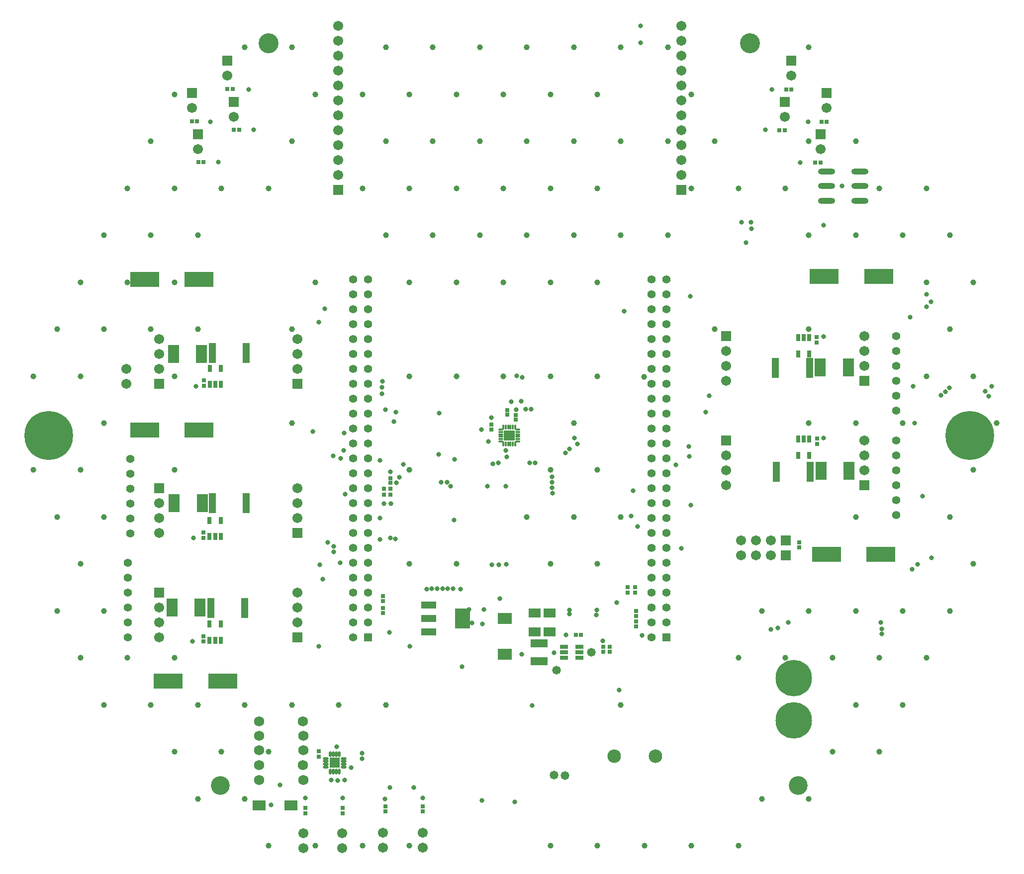
<source format=gts>
G04 Layer_Color=8388736*
%FSLAX25Y25*%
%MOIN*%
G70*
G01*
G75*
%ADD59R,0.02965X0.02572*%
%ADD60R,0.07414X0.12414*%
%ADD61R,0.11430X0.05328*%
%ADD62R,0.02847X0.02847*%
%ADD63R,0.19304X0.09855*%
%ADD64R,0.10249X0.04737*%
%ADD65R,0.10249X0.13792*%
%ADD66R,0.09461X0.07493*%
%ADD67R,0.08280X0.06115*%
%ADD68R,0.05328X0.03162*%
%ADD69R,0.02847X0.02847*%
%ADD70R,0.08674X0.07099*%
%ADD71R,0.02768X0.03162*%
%ADD72R,0.04934X0.13595*%
%ADD73R,0.03162X0.04737*%
%ADD74O,0.03950X0.01784*%
%ADD75O,0.01784X0.03950*%
%ADD76R,0.07099X0.07099*%
%ADD77R,0.02572X0.02965*%
%ADD78R,0.07493X0.06863*%
%ADD79O,0.01587X0.03162*%
%ADD80O,0.03162X0.01587*%
%ADD81O,0.11430X0.03950*%
%ADD82C,0.24422*%
%ADD83C,0.09068*%
%ADD84C,0.06706*%
%ADD85R,0.06706X0.06706*%
%ADD86C,0.05525*%
%ADD87R,0.05525X0.05525*%
%ADD88R,0.06706X0.06706*%
%ADD89C,0.12611*%
%ADD90C,0.32623*%
%ADD91C,0.13398*%
%ADD92C,0.06800*%
%ADD93C,0.03162*%
%ADD94C,0.05800*%
%ADD95C,0.03950*%
D59*
X-83169Y-562171D02*
D03*
Y-558628D02*
D03*
X-58169Y-562171D02*
D03*
Y-558628D02*
D03*
X-111760Y-559825D02*
D03*
Y-563368D02*
D03*
X-136760Y-559825D02*
D03*
Y-563368D02*
D03*
X79323Y-415309D02*
D03*
Y-411766D02*
D03*
X84323Y-411766D02*
D03*
Y-415309D02*
D03*
X62823Y-451628D02*
D03*
Y-455171D02*
D03*
X67170Y-455171D02*
D03*
Y-451628D02*
D03*
X-204677Y-273128D02*
D03*
Y-276671D02*
D03*
X-205177Y-375128D02*
D03*
Y-378671D02*
D03*
Y-444628D02*
D03*
Y-448171D02*
D03*
X-127559Y-525295D02*
D03*
Y-521752D02*
D03*
X206323Y-315671D02*
D03*
Y-312128D02*
D03*
X205823Y-247671D02*
D03*
Y-244128D02*
D03*
D60*
X-225086Y-255399D02*
D03*
X-206268D02*
D03*
X-205768Y-355399D02*
D03*
X-224587D02*
D03*
X-226086Y-425399D02*
D03*
X-207268D02*
D03*
X227232Y-264400D02*
D03*
X208414D02*
D03*
X227732Y-333899D02*
D03*
X208913D02*
D03*
D61*
X19823Y-449494D02*
D03*
Y-461305D02*
D03*
D62*
X-84677Y-425825D02*
D03*
Y-428974D02*
D03*
Y-420974D02*
D03*
Y-417825D02*
D03*
X-79677Y-341817D02*
D03*
Y-338667D02*
D03*
X84823Y-430974D02*
D03*
Y-427825D02*
D03*
Y-437974D02*
D03*
Y-434825D02*
D03*
X194323Y-381825D02*
D03*
Y-384974D02*
D03*
X-12008Y-302854D02*
D03*
Y-306004D02*
D03*
X-1476Y-293110D02*
D03*
Y-296260D02*
D03*
X4331Y-296358D02*
D03*
Y-299508D02*
D03*
D63*
X-192028Y-474705D02*
D03*
X-228642D02*
D03*
X-207870Y-306319D02*
D03*
X-244484D02*
D03*
X212516Y-389899D02*
D03*
X249130D02*
D03*
X211016Y-203555D02*
D03*
X247630D02*
D03*
X-207870Y-205399D02*
D03*
X-244484D02*
D03*
D64*
X-54177Y-423789D02*
D03*
Y-432844D02*
D03*
Y-441899D02*
D03*
D65*
X-31342Y-432844D02*
D03*
D66*
X-3177Y-456915D02*
D03*
Y-432900D02*
D03*
D67*
X16964Y-441603D02*
D03*
Y-429005D02*
D03*
X26823Y-441603D02*
D03*
Y-429005D02*
D03*
D68*
X36705Y-451659D02*
D03*
Y-455400D02*
D03*
Y-459140D02*
D03*
X46941D02*
D03*
Y-455400D02*
D03*
Y-451659D02*
D03*
D69*
X44748Y-443899D02*
D03*
X47898D02*
D03*
D70*
X-167520Y-558169D02*
D03*
X-146260D02*
D03*
D71*
X-84106Y-345852D02*
D03*
Y-349789D02*
D03*
X-79823Y-345768D02*
D03*
Y-349705D02*
D03*
D72*
X-199094Y-254900D02*
D03*
X-176260D02*
D03*
X-199094Y-355399D02*
D03*
X-176260D02*
D03*
X-200094Y-425900D02*
D03*
X-177260D02*
D03*
X201740Y-334400D02*
D03*
X178906D02*
D03*
X201240Y-264899D02*
D03*
X178406D02*
D03*
D73*
X-200677Y-265073D02*
D03*
X-193197D02*
D03*
Y-275900D02*
D03*
X-196937D02*
D03*
X-200677D02*
D03*
X-200917Y-366986D02*
D03*
X-193437D02*
D03*
Y-377813D02*
D03*
X-197177D02*
D03*
X-200917D02*
D03*
Y-436486D02*
D03*
X-193437D02*
D03*
Y-447313D02*
D03*
X-197177D02*
D03*
X-200917D02*
D03*
X201063Y-323313D02*
D03*
X193583D02*
D03*
Y-312486D02*
D03*
X197323D02*
D03*
X201063D02*
D03*
Y-255313D02*
D03*
X193583D02*
D03*
Y-244486D02*
D03*
X197323D02*
D03*
X201063D02*
D03*
D74*
X-111063Y-532514D02*
D03*
Y-530545D02*
D03*
Y-528577D02*
D03*
Y-526608D02*
D03*
X-122874D02*
D03*
Y-528577D02*
D03*
Y-530545D02*
D03*
Y-532514D02*
D03*
D75*
X-114016Y-523655D02*
D03*
X-115984D02*
D03*
X-117953D02*
D03*
X-119921D02*
D03*
Y-535466D02*
D03*
X-117953D02*
D03*
X-115984D02*
D03*
X-114016D02*
D03*
D76*
X-116968Y-529561D02*
D03*
D77*
X-209252Y-99508D02*
D03*
X-212795D02*
D03*
X-204921Y-126870D02*
D03*
X-208465D02*
D03*
X-181004Y-105118D02*
D03*
X-184547D02*
D03*
X-185335Y-77658D02*
D03*
X-188878D02*
D03*
X185531Y-78051D02*
D03*
X189075D02*
D03*
X209252Y-99606D02*
D03*
X212795D02*
D03*
X181004Y-105315D02*
D03*
X184547D02*
D03*
X205020Y-126969D02*
D03*
X208563D02*
D03*
D78*
X0Y-310094D02*
D03*
D79*
X3937Y-315803D02*
D03*
X2362D02*
D03*
X787D02*
D03*
X-787D02*
D03*
X-2362D02*
D03*
X-3937D02*
D03*
Y-304386D02*
D03*
X-2362D02*
D03*
X-787D02*
D03*
X787D02*
D03*
X2362D02*
D03*
X3937D02*
D03*
D80*
X-5709Y-314032D02*
D03*
Y-312457D02*
D03*
Y-310882D02*
D03*
Y-309307D02*
D03*
Y-307732D02*
D03*
Y-306157D02*
D03*
X5709D02*
D03*
Y-307732D02*
D03*
Y-309307D02*
D03*
Y-310882D02*
D03*
Y-312457D02*
D03*
Y-314032D02*
D03*
D81*
X235138Y-152756D02*
D03*
Y-142913D02*
D03*
Y-133071D02*
D03*
X212697Y-152756D02*
D03*
Y-142913D02*
D03*
Y-133071D02*
D03*
D82*
X190492Y-501083D02*
D03*
X190492Y-472894D02*
D03*
D83*
X97866Y-524937D02*
D03*
X70307D02*
D03*
D84*
X115323Y-35399D02*
D03*
Y-45399D02*
D03*
Y-55400D02*
D03*
Y-65399D02*
D03*
Y-75400D02*
D03*
Y-85400D02*
D03*
Y-95399D02*
D03*
Y-105400D02*
D03*
Y-115400D02*
D03*
Y-125399D02*
D03*
Y-135399D02*
D03*
X-114677Y-35399D02*
D03*
Y-45399D02*
D03*
Y-55400D02*
D03*
Y-65399D02*
D03*
Y-75400D02*
D03*
Y-85400D02*
D03*
Y-95399D02*
D03*
Y-105400D02*
D03*
Y-115400D02*
D03*
Y-125399D02*
D03*
Y-135399D02*
D03*
X237823Y-263400D02*
D03*
Y-253399D02*
D03*
Y-243400D02*
D03*
Y-333400D02*
D03*
Y-323399D02*
D03*
Y-313400D02*
D03*
X145323Y-323399D02*
D03*
Y-333400D02*
D03*
Y-343400D02*
D03*
X-234677Y-355399D02*
D03*
Y-365400D02*
D03*
Y-375399D02*
D03*
X-142177Y-365400D02*
D03*
Y-355399D02*
D03*
Y-345399D02*
D03*
X-234677Y-425399D02*
D03*
Y-435399D02*
D03*
Y-445400D02*
D03*
X-142177Y-435399D02*
D03*
Y-425399D02*
D03*
Y-415400D02*
D03*
X145323Y-253399D02*
D03*
Y-263400D02*
D03*
Y-273399D02*
D03*
X-234677Y-245399D02*
D03*
Y-255399D02*
D03*
Y-265400D02*
D03*
X-142177Y-245399D02*
D03*
Y-255399D02*
D03*
Y-265400D02*
D03*
X-58071Y-586398D02*
D03*
Y-576398D02*
D03*
X-84646Y-586398D02*
D03*
Y-576398D02*
D03*
X-111909Y-586693D02*
D03*
Y-576693D02*
D03*
X-138091Y-586791D02*
D03*
Y-576791D02*
D03*
X-256677Y-275399D02*
D03*
Y-265400D02*
D03*
X155323Y-380399D02*
D03*
X165323D02*
D03*
X175323D02*
D03*
Y-390400D02*
D03*
X165323D02*
D03*
X155323D02*
D03*
X-188976Y-68667D02*
D03*
X-208661Y-118045D02*
D03*
X-212697Y-90335D02*
D03*
X-184646Y-96299D02*
D03*
X188976Y-68667D02*
D03*
X212697Y-90335D02*
D03*
X184646Y-96299D02*
D03*
X208661Y-118043D02*
D03*
D85*
X115323Y-145399D02*
D03*
X-114677D02*
D03*
X237823Y-273399D02*
D03*
Y-343400D02*
D03*
X145323Y-313400D02*
D03*
X-234677Y-345399D02*
D03*
X-142177Y-375399D02*
D03*
X-234677Y-415400D02*
D03*
X-142177Y-445400D02*
D03*
X145323Y-243400D02*
D03*
X-234677Y-275399D02*
D03*
X-142177D02*
D03*
X-188976Y-58667D02*
D03*
X-208661Y-108045D02*
D03*
X-212697Y-80335D02*
D03*
X-184646Y-86299D02*
D03*
X188976Y-58667D02*
D03*
X212697Y-80335D02*
D03*
X184646Y-86299D02*
D03*
X208661Y-108043D02*
D03*
D86*
X-104677Y-205399D02*
D03*
X-94677D02*
D03*
X-104677Y-215400D02*
D03*
X-94677D02*
D03*
X-104677Y-225399D02*
D03*
X-94677D02*
D03*
X-104677Y-235400D02*
D03*
X-94677D02*
D03*
X-104677Y-245399D02*
D03*
X-94677D02*
D03*
X-104677Y-255399D02*
D03*
X-94677D02*
D03*
X-104677Y-265400D02*
D03*
X-94677D02*
D03*
X-104677Y-275399D02*
D03*
X-94677D02*
D03*
X-104677Y-285400D02*
D03*
X-94677D02*
D03*
X-104677Y-295399D02*
D03*
X-94677D02*
D03*
X-104677Y-305399D02*
D03*
X-94677D02*
D03*
X-104677Y-315400D02*
D03*
X-94677D02*
D03*
X-104677Y-325399D02*
D03*
X-94677D02*
D03*
X-104677Y-335400D02*
D03*
X-94677D02*
D03*
X-104677Y-345399D02*
D03*
X-94677D02*
D03*
X-104677Y-355399D02*
D03*
X-94677D02*
D03*
X-104677Y-365400D02*
D03*
X-94677D02*
D03*
X-104677Y-375399D02*
D03*
X-94677D02*
D03*
X-104677Y-385400D02*
D03*
X-94677D02*
D03*
X-104677Y-395399D02*
D03*
X-94677D02*
D03*
X-104677Y-405400D02*
D03*
X-94677D02*
D03*
X-104677Y-415400D02*
D03*
X-94677D02*
D03*
X-104677Y-425399D02*
D03*
X-94677D02*
D03*
X-104677Y-435399D02*
D03*
X-94677D02*
D03*
X-104677Y-445400D02*
D03*
X95323Y-205399D02*
D03*
X105323D02*
D03*
X95323Y-215400D02*
D03*
X105323D02*
D03*
X95323Y-225399D02*
D03*
X105323D02*
D03*
X95323Y-235400D02*
D03*
X105323D02*
D03*
X95323Y-245399D02*
D03*
X105323D02*
D03*
X95323Y-255399D02*
D03*
X105323D02*
D03*
X95323Y-265400D02*
D03*
X105323D02*
D03*
X95323Y-275399D02*
D03*
X105323D02*
D03*
X95323Y-285400D02*
D03*
X105323D02*
D03*
X95323Y-295399D02*
D03*
X105323D02*
D03*
X95323Y-305399D02*
D03*
X105323D02*
D03*
X95323Y-315400D02*
D03*
X105323D02*
D03*
X95323Y-325399D02*
D03*
X105323D02*
D03*
X95323Y-335400D02*
D03*
X105323D02*
D03*
X95323Y-345399D02*
D03*
X105323D02*
D03*
X95323Y-355399D02*
D03*
X105323D02*
D03*
X95323Y-365400D02*
D03*
X105323D02*
D03*
X95323Y-375399D02*
D03*
X105323D02*
D03*
X95323Y-385400D02*
D03*
X105323D02*
D03*
X95323Y-395399D02*
D03*
X105323D02*
D03*
X95323Y-405400D02*
D03*
X105323D02*
D03*
X95323Y-415400D02*
D03*
X105323D02*
D03*
X95323Y-425399D02*
D03*
X105323D02*
D03*
X95323Y-435399D02*
D03*
X105323D02*
D03*
X95323Y-445400D02*
D03*
X259323Y-313400D02*
D03*
Y-323399D02*
D03*
Y-333400D02*
D03*
Y-343400D02*
D03*
Y-353399D02*
D03*
Y-363400D02*
D03*
Y-243400D02*
D03*
Y-253399D02*
D03*
Y-263400D02*
D03*
Y-273399D02*
D03*
Y-283400D02*
D03*
Y-293400D02*
D03*
X-254177Y-375900D02*
D03*
Y-365899D02*
D03*
Y-355900D02*
D03*
Y-345900D02*
D03*
Y-335899D02*
D03*
Y-325900D02*
D03*
X-255677Y-445400D02*
D03*
Y-435399D02*
D03*
Y-425399D02*
D03*
Y-415400D02*
D03*
Y-405400D02*
D03*
Y-395399D02*
D03*
D87*
X-94677Y-445400D02*
D03*
X105323D02*
D03*
D88*
X185323Y-380399D02*
D03*
Y-390400D02*
D03*
D89*
X-193710Y-544733D02*
D03*
X193710D02*
D03*
D90*
X-308694Y-310094D02*
D03*
X308694D02*
D03*
D91*
X-161417Y-47244D02*
D03*
X161417D02*
D03*
D92*
X-138165Y-541102D02*
D03*
X-138264Y-531102D02*
D03*
X-138067Y-521102D02*
D03*
X-138165Y-511350D02*
D03*
X-138189Y-501602D02*
D03*
X-167595Y-521102D02*
D03*
Y-541102D02*
D03*
Y-531102D02*
D03*
X-167717Y-511350D02*
D03*
X-167595Y-501602D02*
D03*
D93*
X-136760Y-553096D02*
D03*
X-111760D02*
D03*
X37823Y-443899D02*
D03*
X-27177Y-426899D02*
D03*
X-17177D02*
D03*
X-25177Y-435899D02*
D03*
X-18177Y-436400D02*
D03*
X8323Y-456899D02*
D03*
X29823Y-455899D02*
D03*
X-212256Y-448214D02*
D03*
X-125150Y-406482D02*
D03*
X-127020Y-396738D02*
D03*
X-121606Y-381777D02*
D03*
X-117571Y-388175D02*
D03*
X-117571Y-384542D02*
D03*
X83020Y-347230D02*
D03*
X81642Y-363962D02*
D03*
X77016Y-226856D02*
D03*
X-117964Y-323608D02*
D03*
X-123673Y-224986D02*
D03*
X-127709Y-234140D02*
D03*
X186858Y-435518D02*
D03*
X133906Y-283352D02*
D03*
X131642Y-294376D02*
D03*
X120421Y-317309D02*
D03*
X120815Y-324199D02*
D03*
X43551Y-311699D02*
D03*
X269948Y-399897D02*
D03*
X277114Y-350774D02*
D03*
X-209992Y-276955D02*
D03*
X210776Y-311895D02*
D03*
X-174803Y-77953D02*
D03*
X-171260Y-105020D02*
D03*
X-200295Y-99705D02*
D03*
X-194980Y-126870D02*
D03*
X176083Y-77953D02*
D03*
X171555Y-105020D02*
D03*
X200394Y-99606D02*
D03*
X194882Y-126969D02*
D03*
X155807Y-167224D02*
D03*
X162402Y-171457D02*
D03*
X158760Y-180610D02*
D03*
X162008Y-167224D02*
D03*
X180020Y-438976D02*
D03*
X175197Y-440059D02*
D03*
X115256Y-385728D02*
D03*
X121653Y-356890D02*
D03*
X-58071Y-552953D02*
D03*
X273721Y-396358D02*
D03*
X-115748Y-518799D02*
D03*
X40453Y-429823D02*
D03*
X3740Y-555807D02*
D03*
X5020Y-270079D02*
D03*
X-18701Y-306201D02*
D03*
X1280Y-287402D02*
D03*
X-82972Y-292913D02*
D03*
X-119390Y-541043D02*
D03*
X-105905Y-532776D02*
D03*
X-110335Y-541043D02*
D03*
X-115059Y-541437D02*
D03*
X-153839Y-544587D02*
D03*
X-83366Y-553642D02*
D03*
X-31693Y-465059D02*
D03*
X15453Y-491142D02*
D03*
X-211742Y-378671D02*
D03*
X85827Y-371260D02*
D03*
X-11614Y-396850D02*
D03*
X-6988Y-396654D02*
D03*
X-32677Y-413091D02*
D03*
X-1870Y-396457D02*
D03*
X-6398Y-419587D02*
D03*
X-98721Y-523032D02*
D03*
Y-526870D02*
D03*
X-84055Y-355906D02*
D03*
X-79429D02*
D03*
X-79728Y-378642D02*
D03*
X210531Y-243898D02*
D03*
X87992Y-35531D02*
D03*
Y-46654D02*
D03*
X-159547Y-557776D02*
D03*
X-76185Y-379546D02*
D03*
X248917Y-435335D02*
D03*
X249508Y-439665D02*
D03*
X249815Y-443230D02*
D03*
X282972Y-392028D02*
D03*
X121161Y-216929D02*
D03*
X-37697Y-412697D02*
D03*
X-41242Y-412815D02*
D03*
X-44786Y-412914D02*
D03*
X-48329D02*
D03*
X-51873D02*
D03*
X-55416Y-413111D02*
D03*
X-45571Y-341535D02*
D03*
X-79776Y-334350D02*
D03*
X-86713Y-326872D02*
D03*
X-77461Y-300689D02*
D03*
X-75984Y-294291D02*
D03*
X-47047Y-294980D02*
D03*
X-47441Y-322736D02*
D03*
X-41634Y-341437D02*
D03*
X-39272Y-344193D02*
D03*
X-36909Y-366634D02*
D03*
X-36713Y-326181D02*
D03*
X111811Y-329823D02*
D03*
X45571Y-315803D02*
D03*
X40157Y-318996D02*
D03*
X-2264Y-344094D02*
D03*
X-7185Y-328346D02*
D03*
X13484D02*
D03*
X17224D02*
D03*
X8661Y-271260D02*
D03*
X11024Y-292520D02*
D03*
X14665D02*
D03*
X7874Y-287008D02*
D03*
X4528Y-292632D02*
D03*
X28643Y-341552D02*
D03*
X28802Y-345095D02*
D03*
X28839Y-348917D02*
D03*
X-131595Y-307579D02*
D03*
X-110531Y-308366D02*
D03*
X-75689Y-341634D02*
D03*
X-73622Y-337992D02*
D03*
X-86713Y-379823D02*
D03*
X-86811Y-365453D02*
D03*
X-71063Y-329412D02*
D03*
X-63878Y-546260D02*
D03*
X-80020D02*
D03*
X-18406Y-554626D02*
D03*
X321358Y-283760D02*
D03*
X223130Y-142618D02*
D03*
X210728Y-169193D02*
D03*
X73721Y-480709D02*
D03*
X58366Y-430315D02*
D03*
X58563Y-427264D02*
D03*
X40453Y-427165D02*
D03*
X72047Y-422047D02*
D03*
X62500Y-447736D02*
D03*
X88878Y-444193D02*
D03*
X-80512Y-442126D02*
D03*
X-66535Y-451378D02*
D03*
X-127709D02*
D03*
X270571Y-277264D02*
D03*
X295079Y-278051D02*
D03*
X292421Y-280709D02*
D03*
X289272Y-283071D02*
D03*
X279724Y-215354D02*
D03*
X-85138Y-273917D02*
D03*
X-110925Y-320079D02*
D03*
X-113091Y-325590D02*
D03*
X-113386Y-395571D02*
D03*
X-109941Y-349410D02*
D03*
X318898Y-280413D02*
D03*
X282494Y-220385D02*
D03*
X279528Y-223622D02*
D03*
X323441Y-277080D02*
D03*
X37598Y-321752D02*
D03*
X28643Y-337894D02*
D03*
X-12008Y-298228D02*
D03*
X-13878Y-314171D02*
D03*
X-14567Y-344094D02*
D03*
X-10925Y-329134D02*
D03*
X-2264Y-320079D02*
D03*
X-1673Y-324508D02*
D03*
X-85197Y-277854D02*
D03*
Y-282185D02*
D03*
X271555Y-301772D02*
D03*
X268701Y-230906D02*
D03*
D94*
X54823Y-455400D02*
D03*
X31791Y-467506D02*
D03*
X29921Y-537894D02*
D03*
X37402Y-538161D02*
D03*
D95*
X-303177Y-427750D02*
D03*
Y-364758D02*
D03*
X-318925Y-333262D02*
D03*
X-303177Y-238773D02*
D03*
X-271681Y-427750D02*
D03*
X-287429Y-396254D02*
D03*
X-271681Y-364758D02*
D03*
Y-301766D02*
D03*
Y-238773D02*
D03*
Y-175781D02*
D03*
X-255933Y-459246D02*
D03*
Y-207277D02*
D03*
Y-144285D02*
D03*
X-224437Y-459246D02*
D03*
Y-333262D02*
D03*
Y-270270D02*
D03*
X-208689Y-238773D02*
D03*
X-224437Y-207277D02*
D03*
Y-81293D02*
D03*
X-177193Y-553734D02*
D03*
Y-490742D02*
D03*
X-192941Y-144285D02*
D03*
X-177193Y-49797D02*
D03*
X-161445Y-522238D02*
D03*
X-145697Y-490742D02*
D03*
Y-301766D02*
D03*
Y-238773D02*
D03*
Y-112789D02*
D03*
Y-49797D02*
D03*
X-114201Y-490742D02*
D03*
X-129949Y-207277D02*
D03*
Y-81293D02*
D03*
X-98453Y-585230D02*
D03*
X-82705Y-490742D02*
D03*
X-98453Y-144285D02*
D03*
X-82705Y-112789D02*
D03*
X-98453Y-81293D02*
D03*
X-82705Y-49797D02*
D03*
X-66957Y-585230D02*
D03*
Y-396254D02*
D03*
Y-333262D02*
D03*
Y-207277D02*
D03*
Y-144285D02*
D03*
X-51209Y-112789D02*
D03*
X-66957Y-81293D02*
D03*
X-35461Y-396254D02*
D03*
Y-270270D02*
D03*
Y-207277D02*
D03*
X-19713Y-175781D02*
D03*
X-35461Y-144285D02*
D03*
X-19713Y-112789D02*
D03*
Y-49797D02*
D03*
X11784Y-364758D02*
D03*
X-3965Y-270270D02*
D03*
X11784Y-175781D02*
D03*
Y-112789D02*
D03*
X27531Y-585230D02*
D03*
Y-270270D02*
D03*
Y-207277D02*
D03*
Y-144285D02*
D03*
Y-81293D02*
D03*
X43279Y-49797D02*
D03*
X74776Y-490742D02*
D03*
X59028Y-396254D02*
D03*
Y-270270D02*
D03*
X74776Y-112789D02*
D03*
X59028Y-81293D02*
D03*
X106272Y-112789D02*
D03*
Y-49797D02*
D03*
X122020Y-585230D02*
D03*
Y-144285D02*
D03*
X137768Y-112789D02*
D03*
X122020Y-81293D02*
D03*
X153516Y-585230D02*
D03*
Y-459246D02*
D03*
Y-144285D02*
D03*
X200760Y-301766D02*
D03*
Y-238773D02*
D03*
Y-112789D02*
D03*
Y-49797D02*
D03*
X216508Y-522238D02*
D03*
X232256Y-427750D02*
D03*
Y-364758D02*
D03*
Y-175781D02*
D03*
Y-112789D02*
D03*
X248004Y-522238D02*
D03*
X263752Y-427750D02*
D03*
Y-301766D02*
D03*
X295248Y-238773D02*
D03*
X326744Y-301766D02*
D03*
X310996Y-207277D02*
D03*
X90162Y-270683D02*
D03*
X200760Y-175781D02*
D03*
X-318925Y-270270D02*
D03*
X-271681Y-490742D02*
D03*
X-287429Y-459246D02*
D03*
Y-333262D02*
D03*
Y-270270D02*
D03*
Y-207277D02*
D03*
X-240185Y-490742D02*
D03*
Y-238773D02*
D03*
Y-175781D02*
D03*
Y-112789D02*
D03*
X-208689Y-553734D02*
D03*
X-224437Y-522238D02*
D03*
X-208689Y-490742D02*
D03*
Y-175781D02*
D03*
X-224437Y-144285D02*
D03*
X-192941Y-522238D02*
D03*
X-161445Y-585230D02*
D03*
Y-144285D02*
D03*
X-129949Y-585230D02*
D03*
X-82705Y-175781D02*
D03*
X-66957Y-270270D02*
D03*
X-51209Y-175781D02*
D03*
Y-49797D02*
D03*
X-35461Y-81293D02*
D03*
X-3965Y-207277D02*
D03*
Y-144285D02*
D03*
Y-81293D02*
D03*
X11784Y-49797D02*
D03*
X27531Y-396254D02*
D03*
X43279Y-364758D02*
D03*
X27531Y-333262D02*
D03*
X43279Y-301766D02*
D03*
Y-175781D02*
D03*
Y-112789D02*
D03*
X59028Y-585230D02*
D03*
X74776Y-364758D02*
D03*
X59028Y-333262D02*
D03*
Y-207277D02*
D03*
X74776Y-175781D02*
D03*
X59028Y-144285D02*
D03*
X74776Y-49797D02*
D03*
X90524Y-585230D02*
D03*
X106272Y-175781D02*
D03*
X137768Y-238773D02*
D03*
X169264Y-553734D02*
D03*
Y-427750D02*
D03*
X200760Y-553734D02*
D03*
X185012Y-459246D02*
D03*
X200760Y-427750D02*
D03*
X185012Y-144285D02*
D03*
X232256Y-490742D02*
D03*
X216508Y-459246D02*
D03*
X232256Y-301766D02*
D03*
X263752Y-490742D02*
D03*
X248004Y-459246D02*
D03*
X263752Y-175781D02*
D03*
X248004Y-144285D02*
D03*
X279500Y-459246D02*
D03*
X295248Y-427750D02*
D03*
Y-364758D02*
D03*
X279500Y-270270D02*
D03*
Y-207277D02*
D03*
X295248Y-175781D02*
D03*
X279500Y-144285D02*
D03*
X310996Y-396254D02*
D03*
Y-333262D02*
D03*
Y-270270D02*
D03*
M02*

</source>
